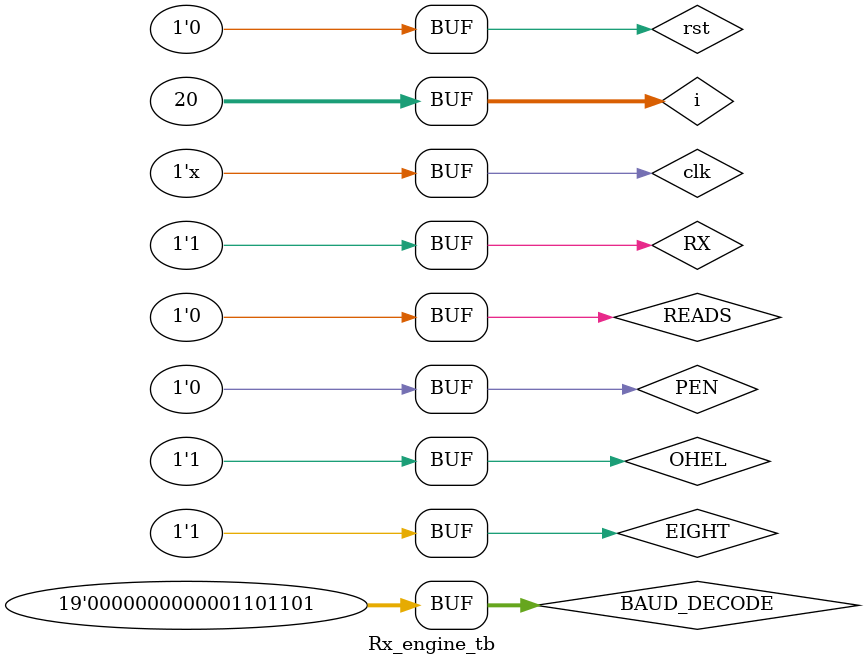
<source format=v>
`timescale 1ns / 1ps
module Rx_engine_tb();
    reg           clk, rst;
    reg  [18:0]   BAUD_DECODE;
    reg           EIGHT, PEN, OHEL;
    reg           RX; 
    reg           READS;
    wire  [7:0]   UART_RDATA; 
    wire          RX_RDY;
    wire          PERR, FERR, OVF;
    integer       i;
    
    Rx_engine uut(.clk(clk), 
                  .rst(rst), 
                  .BAUD_DECODE(BAUD_DECODE), 
                  .EIGHT(EIGHT), 
                  .PEN(PEN), 
                  .OHEL(OHEL), 
                  .RX(RX), 
                  .READS(READS), 
                  .UART_RDATA(UART_RDATA), 
                  .PERR(PERR), 
                  .FERR(FERR), 
                  .OVF(OVF), 
                  .RX_RDY(RX_RDY));

    always #5 clk = ~clk;
    initial begin
       rst = 1'b1;
       clk = 1'b0;
       RX = 1'b0;
       BAUD_DECODE = 19'b0;
       {EIGHT,PEN,OHEL} = 3'b0; 
       READS = 1'b0;
       #100
       RX = 1'b1;
       BAUD_DECODE = 19'd109;
       EIGHT = 1'b1;
       PEN = 1'b0;
       OHEL = 1'b1;
       #100
       rst = 0;
       for (i=0;i<20;i=i+1)
           begin
           #1085
           RX = ~RX;
           end
//       #100
//       READS = 1'b1;
    end
endmodule

</source>
